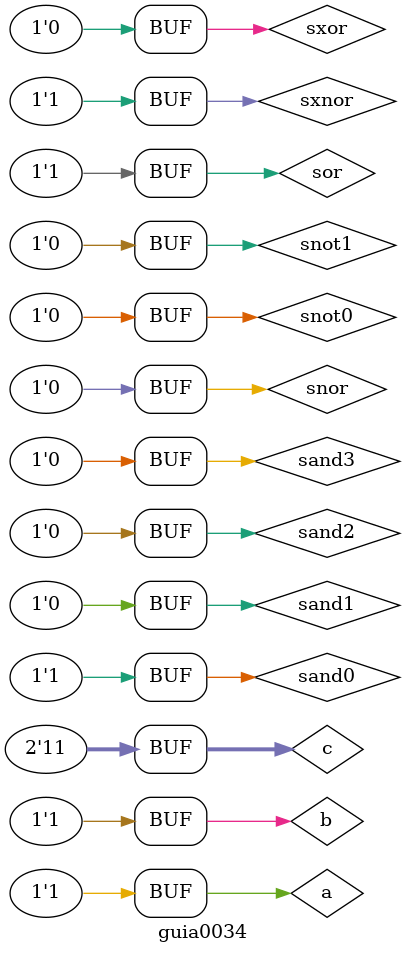
<source format=v>




module guia0034;

//--definir dados

reg a, b;
reg [1:0] c;
wire sor, snor, sxor, sxnor, sand3, sand2, sand1, sand0, snot1, snot0;

//-- cria portas e circuito
or or0 (sor, a, b);
nor nor0 (snor, a, b);
xor xor0 (sxor, a, b);
xnor xnor0 (sxnor, a, b);
not not1 (snot1, c[1]);
not not0 (snot0, c[0]);
and and3 (sand3, sor, snot1, snot0);
and and2 (sand2, snor, snot1, c[0]);
and and1 (sand1, sxor, c[1], snot0);
and and0 (sand0, sxnor, c[1], c[0]);

//--começa execução
initial begin

$display("Exemplo0034 - Felipe Barros  - 376508");
$display("Test LU's module or/nor/xor/xnor");
a=0; b=0; c=00;
#1 $display ("c  a  b   OR  NOR  XOR  XNOR");
#1 $monitor ("%2b %b  %b    %b   %b   %b    %b", c, a, b, sand3, sand2, sand1, sand0 );
//-- para OR c=00
#1 c=00; a=0;  b=0;
#1 c=00; a=0;  b=1;
#1 c=00; a=1;  b=0;
#1 c=00; a=1;  b=1;

//-- para XOR c=01
#1 c=01; a=0;  b=0;
#1 c=01; a=0;  b=1;
#1 c=01; a=1;  b=0;
#1 c=01; a=1;  b=1;

//-- para NOR c=10
#1 c=10; a=0;  b=0;
#1 c=10; a=0;  b=1;
#1 c=10; a=1;  b=0;
#1 c=10; a=1;  b=1;

//-- para XNOR c=11
#1 c=11; a=0;  b=0;
#1 c=11; a=0;  b=1;
#1 c=11; a=1;  b=0;
#1 c=11; a=1;  b=1;

//--fim de execução
end

//--fim de modulo
endmodule
</source>
